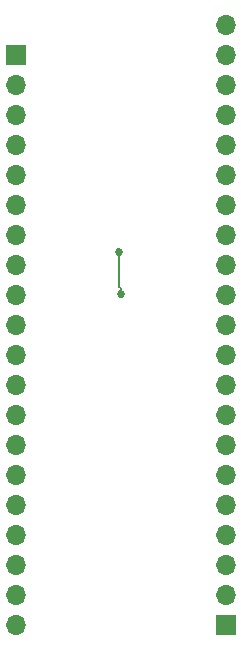
<source format=gbr>
G04 #@! TF.GenerationSoftware,KiCad,Pcbnew,(5.0.0)*
G04 #@! TF.CreationDate,2018-10-12T16:46:49-04:00*
G04 #@! TF.ProjectId,DRV8308_BreakoutBoard,445256383330385F427265616B6F7574,rev?*
G04 #@! TF.SameCoordinates,Original*
G04 #@! TF.FileFunction,Copper,L2,Bot,Signal*
G04 #@! TF.FilePolarity,Positive*
%FSLAX46Y46*%
G04 Gerber Fmt 4.6, Leading zero omitted, Abs format (unit mm)*
G04 Created by KiCad (PCBNEW (5.0.0)) date 10/12/18 16:46:49*
%MOMM*%
%LPD*%
G01*
G04 APERTURE LIST*
G04 #@! TA.AperFunction,ComponentPad*
%ADD10R,1.700000X1.700000*%
G04 #@! TD*
G04 #@! TA.AperFunction,ComponentPad*
%ADD11O,1.700000X1.700000*%
G04 #@! TD*
G04 #@! TA.AperFunction,ViaPad*
%ADD12C,0.685800*%
G04 #@! TD*
G04 #@! TA.AperFunction,Conductor*
%ADD13C,0.152400*%
G04 #@! TD*
G04 APERTURE END LIST*
D10*
G04 #@! TO.P,J1,1*
G04 #@! TO.N,Net-(J1-Pad1)*
X139700000Y-76200000D03*
D11*
G04 #@! TO.P,J1,2*
G04 #@! TO.N,Net-(J1-Pad2)*
X139700000Y-78740000D03*
G04 #@! TO.P,J1,3*
G04 #@! TO.N,Net-(J1-Pad3)*
X139700000Y-81280000D03*
G04 #@! TO.P,J1,4*
G04 #@! TO.N,Net-(J1-Pad4)*
X139700000Y-83820000D03*
G04 #@! TO.P,J1,5*
G04 #@! TO.N,Net-(J1-Pad5)*
X139700000Y-86360000D03*
G04 #@! TO.P,J1,6*
G04 #@! TO.N,Net-(J1-Pad6)*
X139700000Y-88900000D03*
G04 #@! TO.P,J1,7*
G04 #@! TO.N,Net-(J1-Pad7)*
X139700000Y-91440000D03*
G04 #@! TO.P,J1,8*
G04 #@! TO.N,Net-(J1-Pad8)*
X139700000Y-93980000D03*
G04 #@! TO.P,J1,9*
G04 #@! TO.N,Net-(J1-Pad9)*
X139700000Y-96520000D03*
G04 #@! TO.P,J1,10*
G04 #@! TO.N,Net-(J1-Pad10)*
X139700000Y-99060000D03*
G04 #@! TO.P,J1,11*
G04 #@! TO.N,Net-(J1-Pad11)*
X139700000Y-101600000D03*
G04 #@! TO.P,J1,12*
G04 #@! TO.N,Net-(J1-Pad12)*
X139700000Y-104140000D03*
G04 #@! TO.P,J1,13*
G04 #@! TO.N,Net-(J1-Pad13)*
X139700000Y-106680000D03*
G04 #@! TO.P,J1,14*
G04 #@! TO.N,Net-(J1-Pad14)*
X139700000Y-109220000D03*
G04 #@! TO.P,J1,15*
G04 #@! TO.N,Net-(J1-Pad15)*
X139700000Y-111760000D03*
G04 #@! TO.P,J1,16*
G04 #@! TO.N,Net-(J1-Pad16)*
X139700000Y-114300000D03*
G04 #@! TO.P,J1,17*
G04 #@! TO.N,Net-(J1-Pad17)*
X139700000Y-116840000D03*
G04 #@! TO.P,J1,18*
G04 #@! TO.N,Net-(J1-Pad18)*
X139700000Y-119380000D03*
G04 #@! TO.P,J1,19*
G04 #@! TO.N,Net-(J1-Pad19)*
X139700000Y-121920000D03*
G04 #@! TO.P,J1,20*
G04 #@! TO.N,Net-(J1-Pad20)*
X139700000Y-124460000D03*
G04 #@! TD*
G04 #@! TO.P,J2,21*
G04 #@! TO.N,Net-(J2-Pad21)*
X157480000Y-73660000D03*
G04 #@! TO.P,J2,20*
G04 #@! TO.N,Net-(J2-Pad20)*
X157480000Y-76200000D03*
G04 #@! TO.P,J2,19*
G04 #@! TO.N,Net-(J2-Pad19)*
X157480000Y-78740000D03*
G04 #@! TO.P,J2,18*
G04 #@! TO.N,Net-(J2-Pad18)*
X157480000Y-81280000D03*
G04 #@! TO.P,J2,17*
G04 #@! TO.N,Net-(J2-Pad17)*
X157480000Y-83820000D03*
G04 #@! TO.P,J2,16*
G04 #@! TO.N,Net-(J2-Pad16)*
X157480000Y-86360000D03*
G04 #@! TO.P,J2,15*
G04 #@! TO.N,Net-(J2-Pad15)*
X157480000Y-88900000D03*
G04 #@! TO.P,J2,14*
G04 #@! TO.N,Net-(J2-Pad14)*
X157480000Y-91440000D03*
G04 #@! TO.P,J2,13*
G04 #@! TO.N,Net-(J2-Pad13)*
X157480000Y-93980000D03*
G04 #@! TO.P,J2,12*
G04 #@! TO.N,Net-(J2-Pad12)*
X157480000Y-96520000D03*
G04 #@! TO.P,J2,11*
G04 #@! TO.N,Net-(J2-Pad11)*
X157480000Y-99060000D03*
G04 #@! TO.P,J2,10*
G04 #@! TO.N,Net-(J2-Pad10)*
X157480000Y-101600000D03*
G04 #@! TO.P,J2,9*
G04 #@! TO.N,Net-(J2-Pad9)*
X157480000Y-104140000D03*
G04 #@! TO.P,J2,8*
G04 #@! TO.N,Net-(J2-Pad8)*
X157480000Y-106680000D03*
G04 #@! TO.P,J2,7*
G04 #@! TO.N,Net-(J2-Pad7)*
X157480000Y-109220000D03*
G04 #@! TO.P,J2,6*
G04 #@! TO.N,Net-(J2-Pad6)*
X157480000Y-111760000D03*
G04 #@! TO.P,J2,5*
G04 #@! TO.N,Net-(J2-Pad5)*
X157480000Y-114300000D03*
G04 #@! TO.P,J2,4*
G04 #@! TO.N,Net-(J2-Pad4)*
X157480000Y-116840000D03*
G04 #@! TO.P,J2,3*
G04 #@! TO.N,Net-(J2-Pad3)*
X157480000Y-119380000D03*
G04 #@! TO.P,J2,2*
G04 #@! TO.N,Net-(J2-Pad2)*
X157480000Y-121920000D03*
D10*
G04 #@! TO.P,J2,1*
G04 #@! TO.N,Net-(J2-Pad1)*
X157480000Y-124460000D03*
G04 #@! TD*
D12*
G04 #@! TO.N,Net-(J2-Pad21)*
X148590000Y-96393000D03*
X148463000Y-92837000D03*
G04 #@! TD*
D13*
G04 #@! TO.N,Net-(J2-Pad21)*
X148590000Y-95908067D02*
X148463000Y-95781067D01*
X148590000Y-96393000D02*
X148590000Y-95908067D01*
X148463000Y-95781067D02*
X148463000Y-92837000D01*
G04 #@! TD*
M02*

</source>
